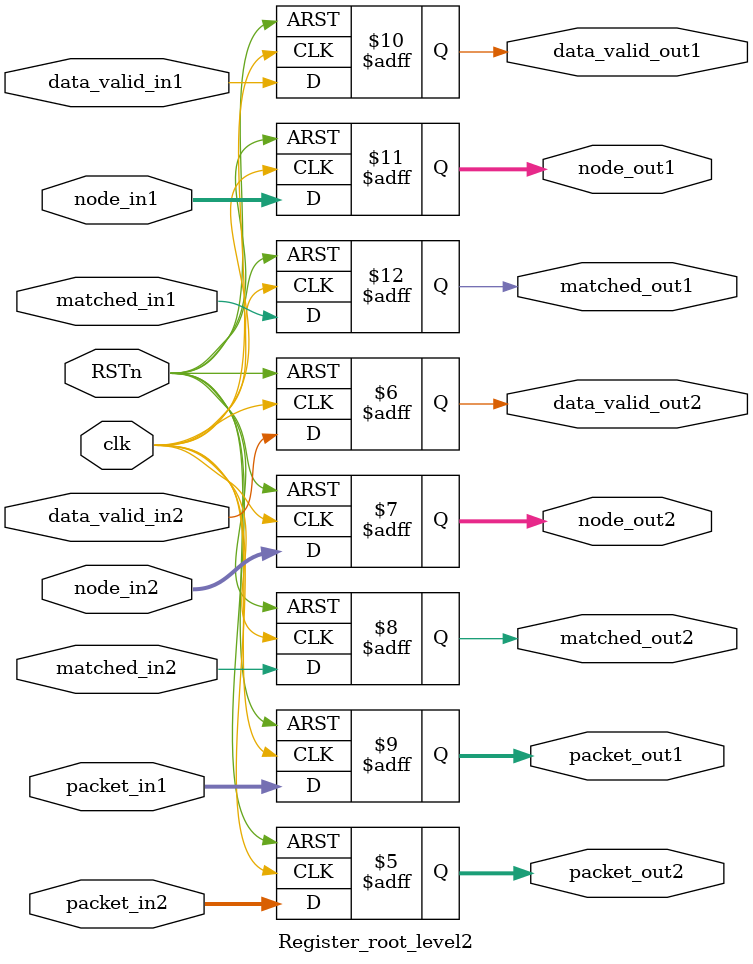
<source format=v>
`timescale 1ns / 1ps


module Register_root_level2 #(
    // the width of packet header and node
    parameter   PACKET_WIDTH = 104,
    parameter   NODE_WIDTH = 40
)

(
    //reset and clock
    input   clk,
    input   RSTn,
    
    //input from last stage 
    input wire [PACKET_WIDTH-1:0]    packet_in1,
    input wire                       data_valid_in1,
    input wire [NODE_WIDTH-1:0]      node_in1,
    input wire                       matched_in1,
    
    input wire [PACKET_WIDTH-1:0]    packet_in2,
    input wire                       data_valid_in2,
    input wire [NODE_WIDTH-1:0]      node_in2,
    input wire                       matched_in2, 
    
    //output to the node in level2 of tree 
    output reg [PACKET_WIDTH-1:0]    packet_out1,
    output reg                       data_valid_out1,
    output reg [NODE_WIDTH-1:0]      node_out1,
    output reg                       matched_out1,
    
    output reg [PACKET_WIDTH-1:0]    packet_out2,
    output reg                       data_valid_out2,
    output reg [NODE_WIDTH-1:0]      node_out2,
    output reg                       matched_out2
    
    );
    
    // handle the first packet
    always@(posedge clk or negedge RSTn)    begin
        if(!RSTn)   begin
            packet_out1 <= 104'b0;
            data_valid_out1 <= 1'b0;
            node_out1 <= 40'b0;
            matched_out1 <= 1'b0;            
        end else begin
            packet_out1 <= packet_in1;
            data_valid_out1 <= data_valid_in1;
            node_out1 <= node_in1;
            matched_out1 <= matched_in1;           
        end
    end
     
    // handle the first packet
    always@(posedge clk or negedge RSTn)    begin
        if(!RSTn)   begin
            packet_out2 <= 104'b0;
            data_valid_out2 <= 1'b0;
            node_out2 <= 40'b0;
            matched_out2 <= 1'b0;            
        end else begin
            packet_out2 <= packet_in2;
            data_valid_out2 <= data_valid_in2;
            node_out2 <= node_in2;
            matched_out2 <= matched_in2;           
        end
    end
    
 endmodule
</source>
